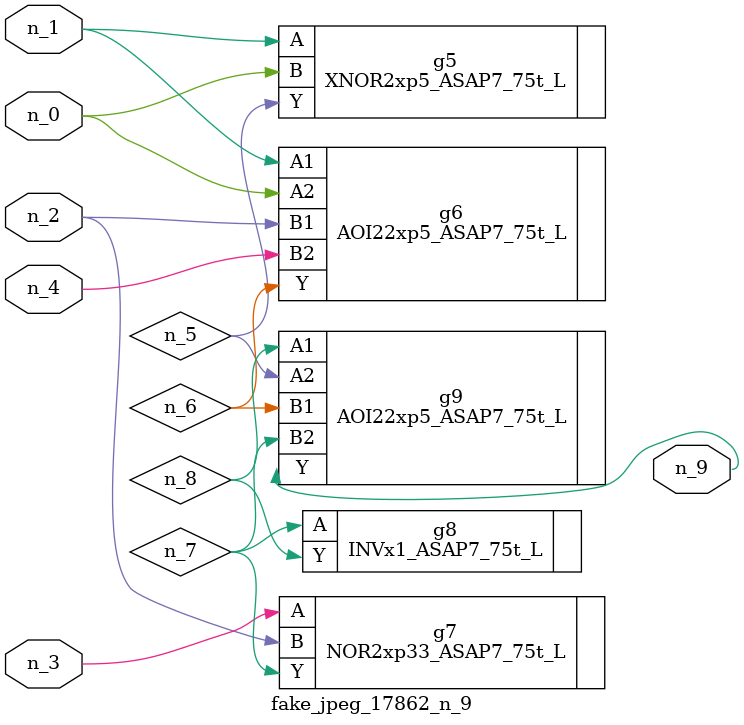
<source format=v>
module fake_jpeg_17862_n_9 (n_3, n_2, n_1, n_0, n_4, n_9);

input n_3;
input n_2;
input n_1;
input n_0;
input n_4;

output n_9;

wire n_8;
wire n_6;
wire n_5;
wire n_7;

XNOR2xp5_ASAP7_75t_L g5 ( 
.A(n_1),
.B(n_0),
.Y(n_5)
);

AOI22xp5_ASAP7_75t_L g6 ( 
.A1(n_1),
.A2(n_0),
.B1(n_2),
.B2(n_4),
.Y(n_6)
);

NOR2xp33_ASAP7_75t_L g7 ( 
.A(n_3),
.B(n_2),
.Y(n_7)
);

INVx1_ASAP7_75t_L g8 ( 
.A(n_7),
.Y(n_8)
);

AOI22xp5_ASAP7_75t_L g9 ( 
.A1(n_8),
.A2(n_5),
.B1(n_6),
.B2(n_7),
.Y(n_9)
);


endmodule
</source>
